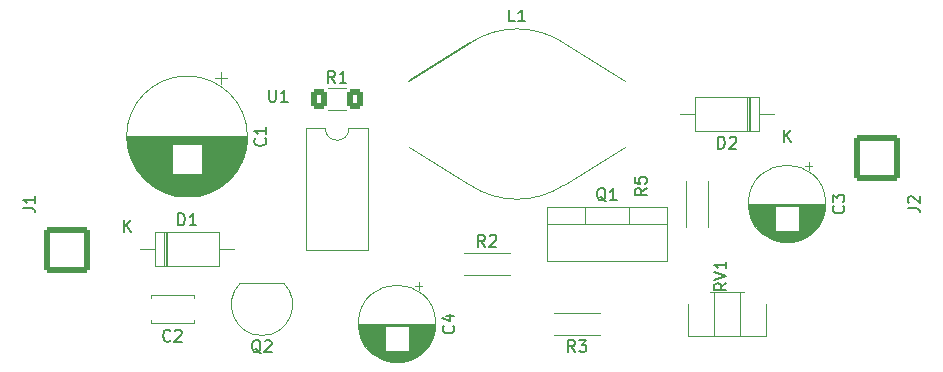
<source format=gto>
%TF.GenerationSoftware,KiCad,Pcbnew,(6.0.1)*%
%TF.CreationDate,2022-12-28T21:20:28+01:00*%
%TF.ProjectId,nixie_power_supply,6e697869-655f-4706-9f77-65725f737570,rev?*%
%TF.SameCoordinates,Original*%
%TF.FileFunction,Legend,Top*%
%TF.FilePolarity,Positive*%
%FSLAX46Y46*%
G04 Gerber Fmt 4.6, Leading zero omitted, Abs format (unit mm)*
G04 Created by KiCad (PCBNEW (6.0.1)) date 2022-12-28 21:20:28*
%MOMM*%
%LPD*%
G01*
G04 APERTURE LIST*
G04 Aperture macros list*
%AMRoundRect*
0 Rectangle with rounded corners*
0 $1 Rounding radius*
0 $2 $3 $4 $5 $6 $7 $8 $9 X,Y pos of 4 corners*
0 Add a 4 corners polygon primitive as box body*
4,1,4,$2,$3,$4,$5,$6,$7,$8,$9,$2,$3,0*
0 Add four circle primitives for the rounded corners*
1,1,$1+$1,$2,$3*
1,1,$1+$1,$4,$5*
1,1,$1+$1,$6,$7*
1,1,$1+$1,$8,$9*
0 Add four rect primitives between the rounded corners*
20,1,$1+$1,$2,$3,$4,$5,0*
20,1,$1+$1,$4,$5,$6,$7,0*
20,1,$1+$1,$6,$7,$8,$9,0*
20,1,$1+$1,$8,$9,$2,$3,0*%
G04 Aperture macros list end*
%ADD10C,0.150000*%
%ADD11C,0.120000*%
%ADD12R,1.600000X1.600000*%
%ADD13O,1.600000X1.600000*%
%ADD14C,1.620000*%
%ADD15C,1.400000*%
%ADD16O,1.400000X1.400000*%
%ADD17RoundRect,0.250000X-0.400000X-0.625000X0.400000X-0.625000X0.400000X0.625000X-0.400000X0.625000X0*%
%ADD18R,1.050000X1.500000*%
%ADD19O,1.050000X1.500000*%
%ADD20R,1.905000X2.000000*%
%ADD21O,1.905000X2.000000*%
%ADD22R,3.000000X2.900000*%
%ADD23RoundRect,0.250002X-1.699998X1.699998X-1.699998X-1.699998X1.699998X-1.699998X1.699998X1.699998X0*%
%ADD24C,3.900000*%
%ADD25RoundRect,0.250002X1.699998X-1.699998X1.699998X1.699998X-1.699998X1.699998X-1.699998X-1.699998X0*%
%ADD26R,1.800000X1.800000*%
%ADD27O,1.800000X1.800000*%
%ADD28C,1.600000*%
%ADD29R,2.000000X2.000000*%
%ADD30C,2.000000*%
G04 APERTURE END LIST*
D10*
%TO.C,U1*%
X108559695Y-66533780D02*
X108559695Y-67343304D01*
X108607314Y-67438542D01*
X108654933Y-67486161D01*
X108750171Y-67533780D01*
X108940647Y-67533780D01*
X109035885Y-67486161D01*
X109083504Y-67438542D01*
X109131123Y-67343304D01*
X109131123Y-66533780D01*
X110131123Y-67533780D02*
X109559695Y-67533780D01*
X109845409Y-67533780D02*
X109845409Y-66533780D01*
X109750171Y-66676638D01*
X109654933Y-66771876D01*
X109559695Y-66819495D01*
%TO.C,RV1*%
X147252380Y-82890238D02*
X146776190Y-83223571D01*
X147252380Y-83461666D02*
X146252380Y-83461666D01*
X146252380Y-83080714D01*
X146300000Y-82985476D01*
X146347619Y-82937857D01*
X146442857Y-82890238D01*
X146585714Y-82890238D01*
X146680952Y-82937857D01*
X146728571Y-82985476D01*
X146776190Y-83080714D01*
X146776190Y-83461666D01*
X146252380Y-82604523D02*
X147252380Y-82271190D01*
X146252380Y-81937857D01*
X147252380Y-81080714D02*
X147252380Y-81652142D01*
X147252380Y-81366428D02*
X146252380Y-81366428D01*
X146395238Y-81461666D01*
X146490476Y-81556904D01*
X146538095Y-81652142D01*
%TO.C,R5*%
X140507980Y-74842666D02*
X140031790Y-75176000D01*
X140507980Y-75414095D02*
X139507980Y-75414095D01*
X139507980Y-75033142D01*
X139555600Y-74937904D01*
X139603219Y-74890285D01*
X139698457Y-74842666D01*
X139841314Y-74842666D01*
X139936552Y-74890285D01*
X139984171Y-74937904D01*
X140031790Y-75033142D01*
X140031790Y-75414095D01*
X139507980Y-73937904D02*
X139507980Y-74414095D01*
X139984171Y-74461714D01*
X139936552Y-74414095D01*
X139888933Y-74318857D01*
X139888933Y-74080761D01*
X139936552Y-73985523D01*
X139984171Y-73937904D01*
X140079409Y-73890285D01*
X140317504Y-73890285D01*
X140412742Y-73937904D01*
X140460361Y-73985523D01*
X140507980Y-74080761D01*
X140507980Y-74318857D01*
X140460361Y-74414095D01*
X140412742Y-74461714D01*
%TO.C,R3*%
X134453333Y-88732380D02*
X134120000Y-88256190D01*
X133881904Y-88732380D02*
X133881904Y-87732380D01*
X134262857Y-87732380D01*
X134358095Y-87780000D01*
X134405714Y-87827619D01*
X134453333Y-87922857D01*
X134453333Y-88065714D01*
X134405714Y-88160952D01*
X134358095Y-88208571D01*
X134262857Y-88256190D01*
X133881904Y-88256190D01*
X134786666Y-87732380D02*
X135405714Y-87732380D01*
X135072380Y-88113333D01*
X135215238Y-88113333D01*
X135310476Y-88160952D01*
X135358095Y-88208571D01*
X135405714Y-88303809D01*
X135405714Y-88541904D01*
X135358095Y-88637142D01*
X135310476Y-88684761D01*
X135215238Y-88732380D01*
X134929523Y-88732380D01*
X134834285Y-88684761D01*
X134786666Y-88637142D01*
%TO.C,R2*%
X126833333Y-79812380D02*
X126500000Y-79336190D01*
X126261904Y-79812380D02*
X126261904Y-78812380D01*
X126642857Y-78812380D01*
X126738095Y-78860000D01*
X126785714Y-78907619D01*
X126833333Y-79002857D01*
X126833333Y-79145714D01*
X126785714Y-79240952D01*
X126738095Y-79288571D01*
X126642857Y-79336190D01*
X126261904Y-79336190D01*
X127214285Y-78907619D02*
X127261904Y-78860000D01*
X127357142Y-78812380D01*
X127595238Y-78812380D01*
X127690476Y-78860000D01*
X127738095Y-78907619D01*
X127785714Y-79002857D01*
X127785714Y-79098095D01*
X127738095Y-79240952D01*
X127166666Y-79812380D01*
X127785714Y-79812380D01*
%TO.C,R1*%
X114133333Y-65942380D02*
X113800000Y-65466190D01*
X113561904Y-65942380D02*
X113561904Y-64942380D01*
X113942857Y-64942380D01*
X114038095Y-64990000D01*
X114085714Y-65037619D01*
X114133333Y-65132857D01*
X114133333Y-65275714D01*
X114085714Y-65370952D01*
X114038095Y-65418571D01*
X113942857Y-65466190D01*
X113561904Y-65466190D01*
X115085714Y-65942380D02*
X114514285Y-65942380D01*
X114800000Y-65942380D02*
X114800000Y-64942380D01*
X114704761Y-65085238D01*
X114609523Y-65180476D01*
X114514285Y-65228095D01*
%TO.C,Q2*%
X107854761Y-88837619D02*
X107759523Y-88790000D01*
X107664285Y-88694761D01*
X107521428Y-88551904D01*
X107426190Y-88504285D01*
X107330952Y-88504285D01*
X107378571Y-88742380D02*
X107283333Y-88694761D01*
X107188095Y-88599523D01*
X107140476Y-88409047D01*
X107140476Y-88075714D01*
X107188095Y-87885238D01*
X107283333Y-87790000D01*
X107378571Y-87742380D01*
X107569047Y-87742380D01*
X107664285Y-87790000D01*
X107759523Y-87885238D01*
X107807142Y-88075714D01*
X107807142Y-88409047D01*
X107759523Y-88599523D01*
X107664285Y-88694761D01*
X107569047Y-88742380D01*
X107378571Y-88742380D01*
X108188095Y-87837619D02*
X108235714Y-87790000D01*
X108330952Y-87742380D01*
X108569047Y-87742380D01*
X108664285Y-87790000D01*
X108711904Y-87837619D01*
X108759523Y-87932857D01*
X108759523Y-88028095D01*
X108711904Y-88170952D01*
X108140476Y-88742380D01*
X108759523Y-88742380D01*
%TO.C,Q1*%
X137064761Y-75962619D02*
X136969523Y-75915000D01*
X136874285Y-75819761D01*
X136731428Y-75676904D01*
X136636190Y-75629285D01*
X136540952Y-75629285D01*
X136588571Y-75867380D02*
X136493333Y-75819761D01*
X136398095Y-75724523D01*
X136350476Y-75534047D01*
X136350476Y-75200714D01*
X136398095Y-75010238D01*
X136493333Y-74915000D01*
X136588571Y-74867380D01*
X136779047Y-74867380D01*
X136874285Y-74915000D01*
X136969523Y-75010238D01*
X137017142Y-75200714D01*
X137017142Y-75534047D01*
X136969523Y-75724523D01*
X136874285Y-75819761D01*
X136779047Y-75867380D01*
X136588571Y-75867380D01*
X137969523Y-75867380D02*
X137398095Y-75867380D01*
X137683809Y-75867380D02*
X137683809Y-74867380D01*
X137588571Y-75010238D01*
X137493333Y-75105476D01*
X137398095Y-75153095D01*
%TO.C,L1*%
X129373333Y-60732380D02*
X128897142Y-60732380D01*
X128897142Y-59732380D01*
X130230476Y-60732380D02*
X129659047Y-60732380D01*
X129944761Y-60732380D02*
X129944761Y-59732380D01*
X129849523Y-59875238D01*
X129754285Y-59970476D01*
X129659047Y-60018095D01*
%TO.C,J2*%
X162622380Y-76533333D02*
X163336666Y-76533333D01*
X163479523Y-76580952D01*
X163574761Y-76676190D01*
X163622380Y-76819047D01*
X163622380Y-76914285D01*
X162717619Y-76104761D02*
X162670000Y-76057142D01*
X162622380Y-75961904D01*
X162622380Y-75723809D01*
X162670000Y-75628571D01*
X162717619Y-75580952D01*
X162812857Y-75533333D01*
X162908095Y-75533333D01*
X163050952Y-75580952D01*
X163622380Y-76152380D01*
X163622380Y-75533333D01*
%TO.C,J1*%
X87742380Y-76533333D02*
X88456666Y-76533333D01*
X88599523Y-76580952D01*
X88694761Y-76676190D01*
X88742380Y-76819047D01*
X88742380Y-76914285D01*
X88742380Y-75533333D02*
X88742380Y-76104761D01*
X88742380Y-75819047D02*
X87742380Y-75819047D01*
X87885238Y-75914285D01*
X87980476Y-76009523D01*
X88028095Y-76104761D01*
%TO.C,D2*%
X146581904Y-71502380D02*
X146581904Y-70502380D01*
X146820000Y-70502380D01*
X146962857Y-70550000D01*
X147058095Y-70645238D01*
X147105714Y-70740476D01*
X147153333Y-70930952D01*
X147153333Y-71073809D01*
X147105714Y-71264285D01*
X147058095Y-71359523D01*
X146962857Y-71454761D01*
X146820000Y-71502380D01*
X146581904Y-71502380D01*
X147534285Y-70597619D02*
X147581904Y-70550000D01*
X147677142Y-70502380D01*
X147915238Y-70502380D01*
X148010476Y-70550000D01*
X148058095Y-70597619D01*
X148105714Y-70692857D01*
X148105714Y-70788095D01*
X148058095Y-70930952D01*
X147486666Y-71502380D01*
X148105714Y-71502380D01*
X152138095Y-70932380D02*
X152138095Y-69932380D01*
X152709523Y-70932380D02*
X152280952Y-70360952D01*
X152709523Y-69932380D02*
X152138095Y-70503809D01*
%TO.C,D1*%
X100861904Y-77992380D02*
X100861904Y-76992380D01*
X101100000Y-76992380D01*
X101242857Y-77040000D01*
X101338095Y-77135238D01*
X101385714Y-77230476D01*
X101433333Y-77420952D01*
X101433333Y-77563809D01*
X101385714Y-77754285D01*
X101338095Y-77849523D01*
X101242857Y-77944761D01*
X101100000Y-77992380D01*
X100861904Y-77992380D01*
X102385714Y-77992380D02*
X101814285Y-77992380D01*
X102100000Y-77992380D02*
X102100000Y-76992380D01*
X102004761Y-77135238D01*
X101909523Y-77230476D01*
X101814285Y-77278095D01*
X96258095Y-78562380D02*
X96258095Y-77562380D01*
X96829523Y-78562380D02*
X96400952Y-77990952D01*
X96829523Y-77562380D02*
X96258095Y-78133809D01*
%TO.C,C4*%
X124137142Y-86506666D02*
X124184761Y-86554285D01*
X124232380Y-86697142D01*
X124232380Y-86792380D01*
X124184761Y-86935238D01*
X124089523Y-87030476D01*
X123994285Y-87078095D01*
X123803809Y-87125714D01*
X123660952Y-87125714D01*
X123470476Y-87078095D01*
X123375238Y-87030476D01*
X123280000Y-86935238D01*
X123232380Y-86792380D01*
X123232380Y-86697142D01*
X123280000Y-86554285D01*
X123327619Y-86506666D01*
X123565714Y-85649523D02*
X124232380Y-85649523D01*
X123184761Y-85887619D02*
X123899047Y-86125714D01*
X123899047Y-85506666D01*
%TO.C,C3*%
X157157142Y-76346666D02*
X157204761Y-76394285D01*
X157252380Y-76537142D01*
X157252380Y-76632380D01*
X157204761Y-76775238D01*
X157109523Y-76870476D01*
X157014285Y-76918095D01*
X156823809Y-76965714D01*
X156680952Y-76965714D01*
X156490476Y-76918095D01*
X156395238Y-76870476D01*
X156300000Y-76775238D01*
X156252380Y-76632380D01*
X156252380Y-76537142D01*
X156300000Y-76394285D01*
X156347619Y-76346666D01*
X156252380Y-76013333D02*
X156252380Y-75394285D01*
X156633333Y-75727619D01*
X156633333Y-75584761D01*
X156680952Y-75489523D01*
X156728571Y-75441904D01*
X156823809Y-75394285D01*
X157061904Y-75394285D01*
X157157142Y-75441904D01*
X157204761Y-75489523D01*
X157252380Y-75584761D01*
X157252380Y-75870476D01*
X157204761Y-75965714D01*
X157157142Y-76013333D01*
%TO.C,C2*%
X100183333Y-87747142D02*
X100135714Y-87794761D01*
X99992857Y-87842380D01*
X99897619Y-87842380D01*
X99754761Y-87794761D01*
X99659523Y-87699523D01*
X99611904Y-87604285D01*
X99564285Y-87413809D01*
X99564285Y-87270952D01*
X99611904Y-87080476D01*
X99659523Y-86985238D01*
X99754761Y-86890000D01*
X99897619Y-86842380D01*
X99992857Y-86842380D01*
X100135714Y-86890000D01*
X100183333Y-86937619D01*
X100564285Y-86937619D02*
X100611904Y-86890000D01*
X100707142Y-86842380D01*
X100945238Y-86842380D01*
X101040476Y-86890000D01*
X101088095Y-86937619D01*
X101135714Y-87032857D01*
X101135714Y-87128095D01*
X101088095Y-87270952D01*
X100516666Y-87842380D01*
X101135714Y-87842380D01*
%TO.C,C1*%
X108207142Y-70646666D02*
X108254761Y-70694285D01*
X108302380Y-70837142D01*
X108302380Y-70932380D01*
X108254761Y-71075238D01*
X108159523Y-71170476D01*
X108064285Y-71218095D01*
X107873809Y-71265714D01*
X107730952Y-71265714D01*
X107540476Y-71218095D01*
X107445238Y-71170476D01*
X107350000Y-71075238D01*
X107302380Y-70932380D01*
X107302380Y-70837142D01*
X107350000Y-70694285D01*
X107397619Y-70646666D01*
X108302380Y-69694285D02*
X108302380Y-70265714D01*
X108302380Y-69980000D02*
X107302380Y-69980000D01*
X107445238Y-70075238D01*
X107540476Y-70170476D01*
X107588095Y-70265714D01*
D11*
%TO.C,U1*%
X116960000Y-69800000D02*
X115310000Y-69800000D01*
X111660000Y-69800000D02*
X111660000Y-80080000D01*
X116960000Y-80080000D02*
X116960000Y-69800000D01*
X113310000Y-69800000D02*
X111660000Y-69800000D01*
X111660000Y-80080000D02*
X116960000Y-80080000D01*
X113310000Y-69800000D02*
G75*
G03*
X115310000Y-69800000I1000000J0D01*
G01*
%TO.C,RV1*%
X144050000Y-84690000D02*
X144050000Y-87385000D01*
X148440000Y-87385000D02*
X146200000Y-87385000D01*
X150590000Y-87385000D02*
X144050000Y-87385000D01*
X148754000Y-83644000D02*
X145885000Y-83644000D01*
X148440000Y-83644000D02*
X148440000Y-87385000D01*
X146200000Y-83644000D02*
X146200000Y-87385000D01*
X148440000Y-83644000D02*
X146200000Y-83644000D01*
X150590000Y-84690000D02*
X150590000Y-87385000D01*
%TO.C,R5*%
X145700000Y-78120000D02*
X145700000Y-74280000D01*
X143860000Y-78120000D02*
X143860000Y-74280000D01*
%TO.C,R3*%
X136540000Y-85440000D02*
X132700000Y-85440000D01*
X136540000Y-87280000D02*
X132700000Y-87280000D01*
%TO.C,R2*%
X125080000Y-82200000D02*
X128920000Y-82200000D01*
X125080000Y-80360000D02*
X128920000Y-80360000D01*
%TO.C,R1*%
X113572936Y-66400000D02*
X115027064Y-66400000D01*
X113572936Y-68220000D02*
X115027064Y-68220000D01*
%TO.C,Q2*%
X109750000Y-82880000D02*
X106150000Y-82880000D01*
X106111522Y-82891522D02*
G75*
G03*
X107950000Y-87330000I1838478J-1838478D01*
G01*
X107950000Y-87330001D02*
G75*
G03*
X109788478Y-82891522I0J2600001D01*
G01*
%TO.C,Q1*%
X132040000Y-76415000D02*
X142280000Y-76415000D01*
X135310000Y-76415000D02*
X135310000Y-77925000D01*
X139011000Y-76415000D02*
X139011000Y-77925000D01*
X132040000Y-76415000D02*
X132040000Y-81056000D01*
X132040000Y-81056000D02*
X142280000Y-81056000D01*
X142280000Y-76415000D02*
X142280000Y-81056000D01*
X132040000Y-77925000D02*
X142280000Y-77925000D01*
%TO.C,L1*%
X138690000Y-71380000D02*
X133540000Y-74580000D01*
X125540000Y-74580000D02*
X120390000Y-71380000D01*
D10*
X120390000Y-65780000D02*
X125540000Y-62580000D01*
D11*
X133540000Y-62580000D02*
X138690000Y-65780000D01*
X133540000Y-62580000D02*
G75*
G03*
X125548396Y-62574411I-4000000J-5999999D01*
G01*
X125540000Y-74580000D02*
G75*
G03*
X133531604Y-74585589I4000000J5999999D01*
G01*
%TO.C,D2*%
X144600000Y-70050000D02*
X150040000Y-70050000D01*
X149260000Y-70050000D02*
X149260000Y-67110000D01*
X150040000Y-67110000D02*
X144600000Y-67110000D01*
X143380000Y-68580000D02*
X144600000Y-68580000D01*
X144600000Y-67110000D02*
X144600000Y-70050000D01*
X150040000Y-70050000D02*
X150040000Y-67110000D01*
X151260000Y-68580000D02*
X150040000Y-68580000D01*
X149020000Y-70050000D02*
X149020000Y-67110000D01*
X149140000Y-70050000D02*
X149140000Y-67110000D01*
%TO.C,D1*%
X104320000Y-78540000D02*
X98880000Y-78540000D01*
X99660000Y-78540000D02*
X99660000Y-81480000D01*
X98880000Y-81480000D02*
X104320000Y-81480000D01*
X105540000Y-80010000D02*
X104320000Y-80010000D01*
X104320000Y-81480000D02*
X104320000Y-78540000D01*
X98880000Y-78540000D02*
X98880000Y-81480000D01*
X97660000Y-80010000D02*
X98880000Y-80010000D01*
X99900000Y-78540000D02*
X99900000Y-81480000D01*
X99780000Y-78540000D02*
X99780000Y-81480000D01*
%TO.C,C4*%
X118340000Y-88341000D02*
X116832000Y-88341000D01*
X118340000Y-87821000D02*
X116504000Y-87821000D01*
X122427000Y-87421000D02*
X120420000Y-87421000D01*
X121270000Y-88981000D02*
X117490000Y-88981000D01*
X122511000Y-87141000D02*
X120420000Y-87141000D01*
X122610000Y-86420000D02*
X116150000Y-86420000D01*
X118340000Y-87221000D02*
X116270000Y-87221000D01*
X118340000Y-87341000D02*
X116306000Y-87341000D01*
X122610000Y-86380000D02*
X116150000Y-86380000D01*
X121214000Y-89021000D02*
X117546000Y-89021000D01*
X121375000Y-88901000D02*
X117385000Y-88901000D01*
X118340000Y-86900000D02*
X116198000Y-86900000D01*
X118340000Y-87941000D02*
X116568000Y-87941000D01*
X122236000Y-87861000D02*
X120420000Y-87861000D01*
X121685000Y-88621000D02*
X120420000Y-88621000D01*
X122562000Y-86900000D02*
X120420000Y-86900000D01*
X120182000Y-89501000D02*
X118578000Y-89501000D01*
X122608000Y-86460000D02*
X116152000Y-86460000D01*
X118340000Y-87981000D02*
X116590000Y-87981000D01*
X121219000Y-82839759D02*
X121219000Y-83469759D01*
X118340000Y-88061000D02*
X116638000Y-88061000D01*
X119782000Y-89581000D02*
X118978000Y-89581000D01*
X118340000Y-86980000D02*
X116213000Y-86980000D01*
X118340000Y-87581000D02*
X116394000Y-87581000D01*
X122192000Y-87941000D02*
X120420000Y-87941000D01*
X118340000Y-88101000D02*
X116664000Y-88101000D01*
X118340000Y-86860000D02*
X116191000Y-86860000D01*
X120889000Y-89221000D02*
X117871000Y-89221000D01*
X121604000Y-88701000D02*
X117156000Y-88701000D01*
X118340000Y-87501000D02*
X116362000Y-87501000D01*
X121864000Y-88421000D02*
X120420000Y-88421000D01*
X121030000Y-89141000D02*
X117730000Y-89141000D01*
X118340000Y-86940000D02*
X116205000Y-86940000D01*
X118340000Y-86620000D02*
X116162000Y-86620000D01*
X122044000Y-88181000D02*
X120420000Y-88181000D01*
X120812000Y-89261000D02*
X117948000Y-89261000D01*
X122581000Y-86780000D02*
X120420000Y-86780000D01*
X122214000Y-87901000D02*
X120420000Y-87901000D01*
X118340000Y-87141000D02*
X116249000Y-87141000D01*
X122602000Y-86580000D02*
X120420000Y-86580000D01*
X121796000Y-88501000D02*
X120420000Y-88501000D01*
X122070000Y-88141000D02*
X120420000Y-88141000D01*
X121156000Y-89061000D02*
X117604000Y-89061000D01*
X118340000Y-88221000D02*
X116744000Y-88221000D01*
X120013000Y-89541000D02*
X118747000Y-89541000D01*
X118340000Y-88621000D02*
X117075000Y-88621000D01*
X118340000Y-88301000D02*
X116802000Y-88301000D01*
X118340000Y-86660000D02*
X116165000Y-86660000D01*
X122350000Y-87621000D02*
X120420000Y-87621000D01*
X122595000Y-86660000D02*
X120420000Y-86660000D01*
X122170000Y-87981000D02*
X120420000Y-87981000D01*
X122332000Y-87661000D02*
X120420000Y-87661000D01*
X118340000Y-88021000D02*
X116614000Y-88021000D01*
X121517000Y-88781000D02*
X117243000Y-88781000D01*
X121987000Y-88261000D02*
X120420000Y-88261000D01*
X118340000Y-87101000D02*
X116239000Y-87101000D01*
X118340000Y-87621000D02*
X116410000Y-87621000D01*
X118340000Y-87741000D02*
X116464000Y-87741000D01*
X121424000Y-88861000D02*
X117336000Y-88861000D01*
X121472000Y-88821000D02*
X117288000Y-88821000D01*
X118340000Y-87661000D02*
X116428000Y-87661000D01*
X121723000Y-88581000D02*
X120420000Y-88581000D01*
X118340000Y-87301000D02*
X116294000Y-87301000D01*
X120730000Y-89301000D02*
X118030000Y-89301000D01*
X122530000Y-87061000D02*
X120420000Y-87061000D01*
X122314000Y-87701000D02*
X120420000Y-87701000D01*
X118340000Y-88581000D02*
X117037000Y-88581000D01*
X122398000Y-87501000D02*
X120420000Y-87501000D01*
X118340000Y-87861000D02*
X116524000Y-87861000D01*
X118340000Y-86820000D02*
X116185000Y-86820000D01*
X122490000Y-87221000D02*
X120420000Y-87221000D01*
X118340000Y-88261000D02*
X116773000Y-88261000D01*
X118340000Y-88501000D02*
X116964000Y-88501000D01*
X122413000Y-87461000D02*
X120420000Y-87461000D01*
X118340000Y-87061000D02*
X116230000Y-87061000D01*
X121534000Y-83154759D02*
X120904000Y-83154759D01*
X118340000Y-87901000D02*
X116546000Y-87901000D01*
X121094000Y-89101000D02*
X117666000Y-89101000D01*
X121760000Y-88541000D02*
X120420000Y-88541000D01*
X120961000Y-89181000D02*
X117799000Y-89181000D01*
X122555000Y-86940000D02*
X120420000Y-86940000D01*
X120439000Y-89421000D02*
X118321000Y-89421000D01*
X120320000Y-89461000D02*
X118440000Y-89461000D01*
X118340000Y-86780000D02*
X116179000Y-86780000D01*
X122276000Y-87781000D02*
X120420000Y-87781000D01*
X118340000Y-87381000D02*
X116319000Y-87381000D01*
X122569000Y-86860000D02*
X120420000Y-86860000D01*
X122539000Y-87020000D02*
X120420000Y-87020000D01*
X122478000Y-87261000D02*
X120420000Y-87261000D01*
X122610000Y-86340000D02*
X116150000Y-86340000D01*
X118340000Y-87181000D02*
X116259000Y-87181000D01*
X122146000Y-88021000D02*
X120420000Y-88021000D01*
X122501000Y-87181000D02*
X120420000Y-87181000D01*
X118340000Y-87461000D02*
X116347000Y-87461000D01*
X122521000Y-87101000D02*
X120420000Y-87101000D01*
X122598000Y-86620000D02*
X120420000Y-86620000D01*
X121830000Y-88461000D02*
X120420000Y-88461000D01*
X121645000Y-88661000D02*
X117115000Y-88661000D01*
X118340000Y-87781000D02*
X116484000Y-87781000D01*
X121958000Y-88301000D02*
X120420000Y-88301000D01*
X118340000Y-86580000D02*
X116158000Y-86580000D01*
X122466000Y-87301000D02*
X120420000Y-87301000D01*
X118340000Y-87261000D02*
X116282000Y-87261000D01*
X120545000Y-89381000D02*
X118215000Y-89381000D01*
X122016000Y-88221000D02*
X120420000Y-88221000D01*
X118340000Y-88381000D02*
X116864000Y-88381000D01*
X118340000Y-87421000D02*
X116333000Y-87421000D01*
X121562000Y-88741000D02*
X117198000Y-88741000D01*
X121324000Y-88941000D02*
X117436000Y-88941000D01*
X120642000Y-89341000D02*
X118118000Y-89341000D01*
X118340000Y-86740000D02*
X116174000Y-86740000D01*
X118340000Y-88541000D02*
X117000000Y-88541000D01*
X122122000Y-88061000D02*
X120420000Y-88061000D01*
X122547000Y-86980000D02*
X120420000Y-86980000D01*
X118340000Y-87701000D02*
X116446000Y-87701000D01*
X122607000Y-86500000D02*
X116153000Y-86500000D01*
X118340000Y-88421000D02*
X116896000Y-88421000D01*
X118340000Y-88141000D02*
X116690000Y-88141000D01*
X121928000Y-88341000D02*
X120420000Y-88341000D01*
X118340000Y-86700000D02*
X116169000Y-86700000D01*
X122256000Y-87821000D02*
X120420000Y-87821000D01*
X118340000Y-88181000D02*
X116716000Y-88181000D01*
X122586000Y-86740000D02*
X120420000Y-86740000D01*
X121896000Y-88381000D02*
X120420000Y-88381000D01*
X122366000Y-87581000D02*
X120420000Y-87581000D01*
X122454000Y-87341000D02*
X120420000Y-87341000D01*
X122441000Y-87381000D02*
X120420000Y-87381000D01*
X122591000Y-86700000D02*
X120420000Y-86700000D01*
X122382000Y-87541000D02*
X120420000Y-87541000D01*
X118340000Y-87541000D02*
X116378000Y-87541000D01*
X122575000Y-86820000D02*
X120420000Y-86820000D01*
X122296000Y-87741000D02*
X120420000Y-87741000D01*
X118340000Y-87020000D02*
X116221000Y-87020000D01*
X118340000Y-88461000D02*
X116930000Y-88461000D01*
X122096000Y-88101000D02*
X120420000Y-88101000D01*
X122604000Y-86540000D02*
X116156000Y-86540000D01*
X122650000Y-86340000D02*
G75*
G03*
X122650000Y-86340000I-3270000J0D01*
G01*
%TO.C,C3*%
X151360000Y-78181000D02*
X149852000Y-78181000D01*
X151360000Y-77661000D02*
X149524000Y-77661000D01*
X155447000Y-77261000D02*
X153440000Y-77261000D01*
X154290000Y-78821000D02*
X150510000Y-78821000D01*
X155531000Y-76981000D02*
X153440000Y-76981000D01*
X155630000Y-76260000D02*
X149170000Y-76260000D01*
X151360000Y-77061000D02*
X149290000Y-77061000D01*
X151360000Y-77181000D02*
X149326000Y-77181000D01*
X155630000Y-76220000D02*
X149170000Y-76220000D01*
X154234000Y-78861000D02*
X150566000Y-78861000D01*
X154395000Y-78741000D02*
X150405000Y-78741000D01*
X151360000Y-76740000D02*
X149218000Y-76740000D01*
X151360000Y-77781000D02*
X149588000Y-77781000D01*
X155256000Y-77701000D02*
X153440000Y-77701000D01*
X154705000Y-78461000D02*
X153440000Y-78461000D01*
X155582000Y-76740000D02*
X153440000Y-76740000D01*
X153202000Y-79341000D02*
X151598000Y-79341000D01*
X155628000Y-76300000D02*
X149172000Y-76300000D01*
X151360000Y-77821000D02*
X149610000Y-77821000D01*
X154239000Y-72679759D02*
X154239000Y-73309759D01*
X151360000Y-77901000D02*
X149658000Y-77901000D01*
X152802000Y-79421000D02*
X151998000Y-79421000D01*
X151360000Y-76820000D02*
X149233000Y-76820000D01*
X151360000Y-77421000D02*
X149414000Y-77421000D01*
X155212000Y-77781000D02*
X153440000Y-77781000D01*
X151360000Y-77941000D02*
X149684000Y-77941000D01*
X151360000Y-76700000D02*
X149211000Y-76700000D01*
X153909000Y-79061000D02*
X150891000Y-79061000D01*
X154624000Y-78541000D02*
X150176000Y-78541000D01*
X151360000Y-77341000D02*
X149382000Y-77341000D01*
X154884000Y-78261000D02*
X153440000Y-78261000D01*
X154050000Y-78981000D02*
X150750000Y-78981000D01*
X151360000Y-76780000D02*
X149225000Y-76780000D01*
X151360000Y-76460000D02*
X149182000Y-76460000D01*
X155064000Y-78021000D02*
X153440000Y-78021000D01*
X153832000Y-79101000D02*
X150968000Y-79101000D01*
X155601000Y-76620000D02*
X153440000Y-76620000D01*
X155234000Y-77741000D02*
X153440000Y-77741000D01*
X151360000Y-76981000D02*
X149269000Y-76981000D01*
X155622000Y-76420000D02*
X153440000Y-76420000D01*
X154816000Y-78341000D02*
X153440000Y-78341000D01*
X155090000Y-77981000D02*
X153440000Y-77981000D01*
X154176000Y-78901000D02*
X150624000Y-78901000D01*
X151360000Y-78061000D02*
X149764000Y-78061000D01*
X153033000Y-79381000D02*
X151767000Y-79381000D01*
X151360000Y-78461000D02*
X150095000Y-78461000D01*
X151360000Y-78141000D02*
X149822000Y-78141000D01*
X151360000Y-76500000D02*
X149185000Y-76500000D01*
X155370000Y-77461000D02*
X153440000Y-77461000D01*
X155615000Y-76500000D02*
X153440000Y-76500000D01*
X155190000Y-77821000D02*
X153440000Y-77821000D01*
X155352000Y-77501000D02*
X153440000Y-77501000D01*
X151360000Y-77861000D02*
X149634000Y-77861000D01*
X154537000Y-78621000D02*
X150263000Y-78621000D01*
X155007000Y-78101000D02*
X153440000Y-78101000D01*
X151360000Y-76941000D02*
X149259000Y-76941000D01*
X151360000Y-77461000D02*
X149430000Y-77461000D01*
X151360000Y-77581000D02*
X149484000Y-77581000D01*
X154444000Y-78701000D02*
X150356000Y-78701000D01*
X154492000Y-78661000D02*
X150308000Y-78661000D01*
X151360000Y-77501000D02*
X149448000Y-77501000D01*
X154743000Y-78421000D02*
X153440000Y-78421000D01*
X151360000Y-77141000D02*
X149314000Y-77141000D01*
X153750000Y-79141000D02*
X151050000Y-79141000D01*
X155550000Y-76901000D02*
X153440000Y-76901000D01*
X155334000Y-77541000D02*
X153440000Y-77541000D01*
X151360000Y-78421000D02*
X150057000Y-78421000D01*
X155418000Y-77341000D02*
X153440000Y-77341000D01*
X151360000Y-77701000D02*
X149544000Y-77701000D01*
X151360000Y-76660000D02*
X149205000Y-76660000D01*
X155510000Y-77061000D02*
X153440000Y-77061000D01*
X151360000Y-78101000D02*
X149793000Y-78101000D01*
X151360000Y-78341000D02*
X149984000Y-78341000D01*
X155433000Y-77301000D02*
X153440000Y-77301000D01*
X151360000Y-76901000D02*
X149250000Y-76901000D01*
X154554000Y-72994759D02*
X153924000Y-72994759D01*
X151360000Y-77741000D02*
X149566000Y-77741000D01*
X154114000Y-78941000D02*
X150686000Y-78941000D01*
X154780000Y-78381000D02*
X153440000Y-78381000D01*
X153981000Y-79021000D02*
X150819000Y-79021000D01*
X155575000Y-76780000D02*
X153440000Y-76780000D01*
X153459000Y-79261000D02*
X151341000Y-79261000D01*
X153340000Y-79301000D02*
X151460000Y-79301000D01*
X151360000Y-76620000D02*
X149199000Y-76620000D01*
X155296000Y-77621000D02*
X153440000Y-77621000D01*
X151360000Y-77221000D02*
X149339000Y-77221000D01*
X155589000Y-76700000D02*
X153440000Y-76700000D01*
X155559000Y-76860000D02*
X153440000Y-76860000D01*
X155498000Y-77101000D02*
X153440000Y-77101000D01*
X155630000Y-76180000D02*
X149170000Y-76180000D01*
X151360000Y-77021000D02*
X149279000Y-77021000D01*
X155166000Y-77861000D02*
X153440000Y-77861000D01*
X155521000Y-77021000D02*
X153440000Y-77021000D01*
X151360000Y-77301000D02*
X149367000Y-77301000D01*
X155541000Y-76941000D02*
X153440000Y-76941000D01*
X155618000Y-76460000D02*
X153440000Y-76460000D01*
X154850000Y-78301000D02*
X153440000Y-78301000D01*
X154665000Y-78501000D02*
X150135000Y-78501000D01*
X151360000Y-77621000D02*
X149504000Y-77621000D01*
X154978000Y-78141000D02*
X153440000Y-78141000D01*
X151360000Y-76420000D02*
X149178000Y-76420000D01*
X155486000Y-77141000D02*
X153440000Y-77141000D01*
X151360000Y-77101000D02*
X149302000Y-77101000D01*
X153565000Y-79221000D02*
X151235000Y-79221000D01*
X155036000Y-78061000D02*
X153440000Y-78061000D01*
X151360000Y-78221000D02*
X149884000Y-78221000D01*
X151360000Y-77261000D02*
X149353000Y-77261000D01*
X154582000Y-78581000D02*
X150218000Y-78581000D01*
X154344000Y-78781000D02*
X150456000Y-78781000D01*
X153662000Y-79181000D02*
X151138000Y-79181000D01*
X151360000Y-76580000D02*
X149194000Y-76580000D01*
X151360000Y-78381000D02*
X150020000Y-78381000D01*
X155142000Y-77901000D02*
X153440000Y-77901000D01*
X155567000Y-76820000D02*
X153440000Y-76820000D01*
X151360000Y-77541000D02*
X149466000Y-77541000D01*
X155627000Y-76340000D02*
X149173000Y-76340000D01*
X151360000Y-78261000D02*
X149916000Y-78261000D01*
X151360000Y-77981000D02*
X149710000Y-77981000D01*
X154948000Y-78181000D02*
X153440000Y-78181000D01*
X151360000Y-76540000D02*
X149189000Y-76540000D01*
X155276000Y-77661000D02*
X153440000Y-77661000D01*
X151360000Y-78021000D02*
X149736000Y-78021000D01*
X155606000Y-76580000D02*
X153440000Y-76580000D01*
X154916000Y-78221000D02*
X153440000Y-78221000D01*
X155386000Y-77421000D02*
X153440000Y-77421000D01*
X155474000Y-77181000D02*
X153440000Y-77181000D01*
X155461000Y-77221000D02*
X153440000Y-77221000D01*
X155611000Y-76540000D02*
X153440000Y-76540000D01*
X155402000Y-77381000D02*
X153440000Y-77381000D01*
X151360000Y-77381000D02*
X149398000Y-77381000D01*
X155595000Y-76660000D02*
X153440000Y-76660000D01*
X155316000Y-77581000D02*
X153440000Y-77581000D01*
X151360000Y-76860000D02*
X149241000Y-76860000D01*
X151360000Y-78301000D02*
X149950000Y-78301000D01*
X155116000Y-77941000D02*
X153440000Y-77941000D01*
X155624000Y-76380000D02*
X149176000Y-76380000D01*
X155670000Y-76180000D02*
G75*
G03*
X155670000Y-76180000I-3270000J0D01*
G01*
%TO.C,C2*%
X102170000Y-86260000D02*
X98530000Y-86260000D01*
X102170000Y-83920000D02*
X98530000Y-83920000D01*
X102170000Y-84165000D02*
X102170000Y-83920000D01*
X98530000Y-84165000D02*
X98530000Y-83920000D01*
X98530000Y-86260000D02*
X98530000Y-86015000D01*
X102170000Y-86260000D02*
X102170000Y-86015000D01*
%TO.C,C1*%
X104706000Y-74521000D02*
X98494000Y-74521000D01*
X105620000Y-73601000D02*
X102841000Y-73601000D01*
X100359000Y-73281000D02*
X97353000Y-73281000D01*
X106645000Y-71080000D02*
X96555000Y-71080000D01*
X100359000Y-73121000D02*
X97253000Y-73121000D01*
X100359000Y-72721000D02*
X97036000Y-72721000D01*
X106597000Y-71401000D02*
X102841000Y-71401000D01*
X106184000Y-72681000D02*
X102841000Y-72681000D01*
X105995000Y-73041000D02*
X102841000Y-73041000D01*
X106635000Y-71160000D02*
X102841000Y-71160000D01*
X104947000Y-74321000D02*
X98253000Y-74321000D01*
X100359000Y-71481000D02*
X96618000Y-71481000D01*
X104179000Y-74881000D02*
X99021000Y-74881000D01*
X100359000Y-72801000D02*
X97075000Y-72801000D01*
X100359000Y-72681000D02*
X97016000Y-72681000D01*
X106624000Y-71241000D02*
X102841000Y-71241000D01*
X106354000Y-72281000D02*
X102841000Y-72281000D01*
X106678000Y-70640000D02*
X96522000Y-70640000D01*
X103965000Y-75001000D02*
X99235000Y-75001000D01*
X106665000Y-70880000D02*
X96535000Y-70880000D01*
X100359000Y-71241000D02*
X96576000Y-71241000D01*
X100359000Y-73521000D02*
X97520000Y-73521000D01*
X104901000Y-74361000D02*
X98299000Y-74361000D01*
X105794000Y-73361000D02*
X102841000Y-73361000D01*
X105766000Y-73401000D02*
X102841000Y-73401000D01*
X104756000Y-74481000D02*
X98444000Y-74481000D01*
X100359000Y-72961000D02*
X97160000Y-72961000D01*
X106338000Y-72321000D02*
X102841000Y-72321000D01*
X104975000Y-65500354D02*
X103975000Y-65500354D01*
X105120000Y-74161000D02*
X98080000Y-74161000D01*
X100359000Y-72401000D02*
X96893000Y-72401000D01*
X106654000Y-71000000D02*
X96546000Y-71000000D01*
X100359000Y-72481000D02*
X96926000Y-72481000D01*
X100359000Y-72121000D02*
X96789000Y-72121000D01*
X100359000Y-72321000D02*
X96862000Y-72321000D01*
X105710000Y-73481000D02*
X102841000Y-73481000D01*
X100359000Y-71801000D02*
X96693000Y-71801000D01*
X106104000Y-72841000D02*
X102841000Y-72841000D01*
X102978000Y-75401000D02*
X100222000Y-75401000D01*
X100359000Y-72761000D02*
X97055000Y-72761000D01*
X100359000Y-73561000D02*
X97550000Y-73561000D01*
X100359000Y-71361000D02*
X96596000Y-71361000D01*
X105680000Y-73521000D02*
X102841000Y-73521000D01*
X104854000Y-74401000D02*
X98346000Y-74401000D01*
X106618000Y-71281000D02*
X102841000Y-71281000D01*
X106474000Y-71921000D02*
X102841000Y-71921000D01*
X106675000Y-70720000D02*
X96525000Y-70720000D01*
X104245000Y-74841000D02*
X98955000Y-74841000D01*
X106670000Y-70800000D02*
X96530000Y-70800000D01*
X104430000Y-74721000D02*
X98770000Y-74721000D01*
X100359000Y-71441000D02*
X96610000Y-71441000D01*
X100359000Y-71721000D02*
X96672000Y-71721000D01*
X100359000Y-73361000D02*
X97406000Y-73361000D01*
X106538000Y-71681000D02*
X102841000Y-71681000D01*
X103637000Y-75161000D02*
X99563000Y-75161000D01*
X106662000Y-70920000D02*
X96538000Y-70920000D01*
X100359000Y-71601000D02*
X96644000Y-71601000D01*
X106630000Y-71201000D02*
X102841000Y-71201000D01*
X104110000Y-74921000D02*
X99090000Y-74921000D01*
X100359000Y-71961000D02*
X96738000Y-71961000D01*
X103889000Y-75041000D02*
X99311000Y-75041000D01*
X106062000Y-72921000D02*
X102841000Y-72921000D01*
X106658000Y-70960000D02*
X96542000Y-70960000D01*
X106462000Y-71961000D02*
X102841000Y-71961000D01*
X100359000Y-71281000D02*
X96582000Y-71281000D01*
X103230000Y-75321000D02*
X99970000Y-75321000D01*
X106668000Y-70840000D02*
X96532000Y-70840000D01*
X100359000Y-72361000D02*
X96877000Y-72361000D01*
X100359000Y-71881000D02*
X96715000Y-71881000D01*
X106611000Y-71321000D02*
X102841000Y-71321000D01*
X105525000Y-73721000D02*
X97675000Y-73721000D01*
X105201000Y-74081000D02*
X97999000Y-74081000D01*
X100359000Y-72841000D02*
X97096000Y-72841000D01*
X100359000Y-71401000D02*
X96603000Y-71401000D01*
X100359000Y-71561000D02*
X96635000Y-71561000D01*
X105589000Y-73641000D02*
X97611000Y-73641000D01*
X100359000Y-71921000D02*
X96726000Y-71921000D01*
X106239000Y-72561000D02*
X102841000Y-72561000D01*
X100359000Y-71201000D02*
X96570000Y-71201000D01*
X105821000Y-73321000D02*
X102841000Y-73321000D01*
X106145000Y-72761000D02*
X102841000Y-72761000D01*
X105389000Y-73881000D02*
X97811000Y-73881000D01*
X106437000Y-72041000D02*
X102841000Y-72041000D01*
X100359000Y-71641000D02*
X96653000Y-71641000D01*
X104370000Y-74761000D02*
X98830000Y-74761000D01*
X106680000Y-70520000D02*
X96520000Y-70520000D01*
X106203000Y-72641000D02*
X102841000Y-72641000D01*
X100359000Y-73401000D02*
X97434000Y-73401000D01*
X100359000Y-73161000D02*
X97277000Y-73161000D01*
X100359000Y-72041000D02*
X96763000Y-72041000D01*
X106257000Y-72521000D02*
X102841000Y-72521000D01*
X105947000Y-73121000D02*
X102841000Y-73121000D01*
X106679000Y-70600000D02*
X96521000Y-70600000D01*
X105923000Y-73161000D02*
X102841000Y-73161000D01*
X106397000Y-72161000D02*
X102841000Y-72161000D01*
X106411000Y-72121000D02*
X102841000Y-72121000D01*
X103110000Y-75361000D02*
X100090000Y-75361000D01*
X102662000Y-75481000D02*
X100538000Y-75481000D01*
X106677000Y-70680000D02*
X96523000Y-70680000D01*
X102199000Y-75561000D02*
X101001000Y-75561000D01*
X100359000Y-71681000D02*
X96662000Y-71681000D01*
X105316000Y-73961000D02*
X97884000Y-73961000D01*
X100359000Y-71841000D02*
X96703000Y-71841000D01*
X104309000Y-74801000D02*
X98891000Y-74801000D01*
X106604000Y-71361000D02*
X102841000Y-71361000D01*
X100359000Y-73001000D02*
X97183000Y-73001000D01*
X105240000Y-74041000D02*
X97960000Y-74041000D01*
X106221000Y-72601000D02*
X102841000Y-72601000D01*
X103809000Y-75081000D02*
X99391000Y-75081000D01*
X105078000Y-74201000D02*
X98122000Y-74201000D01*
X106640000Y-71120000D02*
X96560000Y-71120000D01*
X100359000Y-72241000D02*
X96832000Y-72241000D01*
X106673000Y-70760000D02*
X96527000Y-70760000D01*
X100359000Y-73041000D02*
X97205000Y-73041000D01*
X100359000Y-72281000D02*
X96846000Y-72281000D01*
X106507000Y-71801000D02*
X102841000Y-71801000D01*
X100359000Y-72081000D02*
X96776000Y-72081000D01*
X106497000Y-71841000D02*
X102841000Y-71841000D01*
X106680000Y-70560000D02*
X96520000Y-70560000D01*
X102830000Y-75441000D02*
X100370000Y-75441000D01*
X105898000Y-73201000D02*
X102841000Y-73201000D01*
X105458000Y-73801000D02*
X97742000Y-73801000D01*
X100359000Y-72921000D02*
X97138000Y-72921000D01*
X104489000Y-74681000D02*
X98711000Y-74681000D01*
X100359000Y-72001000D02*
X96750000Y-72001000D01*
X106574000Y-71521000D02*
X102841000Y-71521000D01*
X106323000Y-72361000D02*
X102841000Y-72361000D01*
X100359000Y-72561000D02*
X96961000Y-72561000D01*
X106125000Y-72801000D02*
X102841000Y-72801000D01*
X104654000Y-74561000D02*
X98546000Y-74561000D01*
X106680000Y-70480000D02*
X96520000Y-70480000D01*
X104475000Y-65000354D02*
X104475000Y-66000354D01*
X105161000Y-74121000D02*
X98039000Y-74121000D01*
X104806000Y-74441000D02*
X98394000Y-74441000D01*
X104992000Y-74281000D02*
X98208000Y-74281000D01*
X103725000Y-75121000D02*
X99475000Y-75121000D01*
X100359000Y-71761000D02*
X96682000Y-71761000D01*
X100359000Y-72601000D02*
X96979000Y-72601000D01*
X102462000Y-75521000D02*
X100738000Y-75521000D01*
X105971000Y-73081000D02*
X102841000Y-73081000D01*
X100359000Y-73201000D02*
X97302000Y-73201000D01*
X104600000Y-74601000D02*
X98600000Y-74601000D01*
X105036000Y-74241000D02*
X98164000Y-74241000D01*
X105492000Y-73761000D02*
X97708000Y-73761000D01*
X106556000Y-71601000D02*
X102841000Y-71601000D01*
X106307000Y-72401000D02*
X102841000Y-72401000D01*
X105873000Y-73241000D02*
X102841000Y-73241000D01*
X103544000Y-75201000D02*
X99656000Y-75201000D01*
X100359000Y-72881000D02*
X97117000Y-72881000D01*
X105847000Y-73281000D02*
X102841000Y-73281000D01*
X106528000Y-71721000D02*
X102841000Y-71721000D01*
X104039000Y-74961000D02*
X99161000Y-74961000D01*
X100359000Y-72161000D02*
X96803000Y-72161000D01*
X100359000Y-72521000D02*
X96943000Y-72521000D01*
X105279000Y-74001000D02*
X97921000Y-74001000D01*
X103446000Y-75241000D02*
X99754000Y-75241000D01*
X100359000Y-73601000D02*
X97580000Y-73601000D01*
X106368000Y-72241000D02*
X102841000Y-72241000D01*
X100359000Y-71160000D02*
X96565000Y-71160000D01*
X106274000Y-72481000D02*
X102841000Y-72481000D01*
X106383000Y-72201000D02*
X102841000Y-72201000D01*
X106582000Y-71481000D02*
X102841000Y-71481000D01*
X100359000Y-71521000D02*
X96626000Y-71521000D01*
X106040000Y-72961000D02*
X102841000Y-72961000D01*
X100359000Y-72441000D02*
X96910000Y-72441000D01*
X104545000Y-74641000D02*
X98655000Y-74641000D01*
X106485000Y-71881000D02*
X102841000Y-71881000D01*
X100359000Y-72641000D02*
X96997000Y-72641000D01*
X100359000Y-72201000D02*
X96817000Y-72201000D01*
X106450000Y-72001000D02*
X102841000Y-72001000D01*
X106017000Y-73001000D02*
X102841000Y-73001000D01*
X106424000Y-72081000D02*
X102841000Y-72081000D01*
X106083000Y-72881000D02*
X102841000Y-72881000D01*
X103342000Y-75281000D02*
X99858000Y-75281000D01*
X105557000Y-73681000D02*
X97643000Y-73681000D01*
X100359000Y-73321000D02*
X97379000Y-73321000D01*
X106565000Y-71561000D02*
X102841000Y-71561000D01*
X106590000Y-71441000D02*
X102841000Y-71441000D01*
X106518000Y-71761000D02*
X102841000Y-71761000D01*
X106650000Y-71040000D02*
X96550000Y-71040000D01*
X105353000Y-73921000D02*
X97847000Y-73921000D01*
X106290000Y-72441000D02*
X102841000Y-72441000D01*
X105738000Y-73441000D02*
X102841000Y-73441000D01*
X100359000Y-73441000D02*
X97462000Y-73441000D01*
X100359000Y-73241000D02*
X97327000Y-73241000D01*
X106547000Y-71641000D02*
X102841000Y-71641000D01*
X100359000Y-73081000D02*
X97229000Y-73081000D01*
X100359000Y-73481000D02*
X97490000Y-73481000D01*
X100359000Y-71321000D02*
X96589000Y-71321000D01*
X105424000Y-73841000D02*
X97776000Y-73841000D01*
X105650000Y-73561000D02*
X102841000Y-73561000D01*
X106164000Y-72721000D02*
X102841000Y-72721000D01*
X106720000Y-70480000D02*
G75*
G03*
X106720000Y-70480000I-5120000J0D01*
G01*
%TD*%
%LPC*%
D12*
%TO.C,U1*%
X110500000Y-71130000D03*
D13*
X110500000Y-73670000D03*
X110500000Y-76210000D03*
X110500000Y-78750000D03*
X118120000Y-78750000D03*
X118120000Y-76210000D03*
X118120000Y-73670000D03*
X118120000Y-71130000D03*
%TD*%
D14*
%TO.C,RV1*%
X149820000Y-83765000D03*
X147320000Y-86265000D03*
X144820000Y-83765000D03*
%TD*%
D15*
%TO.C,R5*%
X144780000Y-78740000D03*
D16*
X144780000Y-73660000D03*
%TD*%
D15*
%TO.C,R3*%
X137160000Y-86360000D03*
D16*
X132080000Y-86360000D03*
%TD*%
D15*
%TO.C,R2*%
X124460000Y-81280000D03*
D16*
X129540000Y-81280000D03*
%TD*%
D17*
%TO.C,R1*%
X112750000Y-67310000D03*
X115850000Y-67310000D03*
%TD*%
D18*
%TO.C,Q2*%
X109220000Y-84730000D03*
D19*
X107950000Y-84730000D03*
X106680000Y-84730000D03*
%TD*%
D20*
%TO.C,Q1*%
X134620000Y-79685000D03*
D21*
X137160000Y-79685000D03*
X139700000Y-79685000D03*
%TD*%
D22*
%TO.C,L1*%
X121690000Y-68580000D03*
X137390000Y-68580000D03*
%TD*%
D23*
%TO.C,J2*%
X160020000Y-72300000D03*
D24*
X160020000Y-80100000D03*
%TD*%
D25*
%TO.C,J1*%
X91440000Y-80100000D03*
D24*
X91440000Y-72300000D03*
%TD*%
D26*
%TO.C,D2*%
X152400000Y-68580000D03*
D27*
X142240000Y-68580000D03*
%TD*%
D26*
%TO.C,D1*%
X96520000Y-80010000D03*
D27*
X106680000Y-80010000D03*
%TD*%
D12*
%TO.C,C4*%
X119380000Y-85090000D03*
D28*
X119380000Y-87590000D03*
%TD*%
D12*
%TO.C,C3*%
X152400000Y-74930000D03*
D28*
X152400000Y-77430000D03*
%TD*%
%TO.C,C2*%
X101600000Y-85090000D03*
X99100000Y-85090000D03*
%TD*%
D29*
%TO.C,C1*%
X101600000Y-68580000D03*
D30*
X101600000Y-72380000D03*
%TD*%
M02*

</source>
